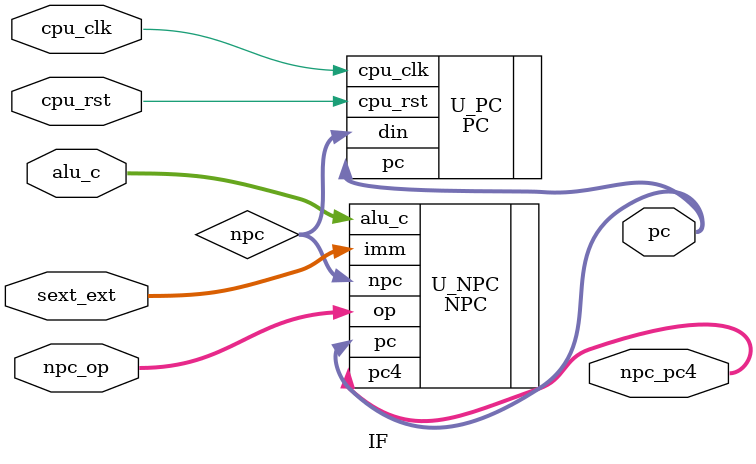
<source format=v>
module IF (
    input  wire        cpu_clk     ,
    input  wire        cpu_rst   ,

    input  wire [1:0]  npc_op  ,

    input  wire [31:0] sext_ext,
    input  wire [31:0] alu_c   ,

    output wire [31:0] pc      ,
    output wire [31:0] npc_pc4
);

wire [31:0] npc;

PC U_PC (
    // input
    .cpu_clk   (cpu_clk     ),
    .cpu_rst (cpu_rst   ),
    .din   (npc     ),
    // output
    .pc    (pc      )
);

NPC U_NPC (
    // input
    .op    (npc_op  ),
    .pc    (pc      ),
    .imm   (sext_ext),
    .alu_c (alu_c   ),
    // output
    .npc   (npc     ),
    .pc4   (npc_pc4 )
);

endmodule

</source>
